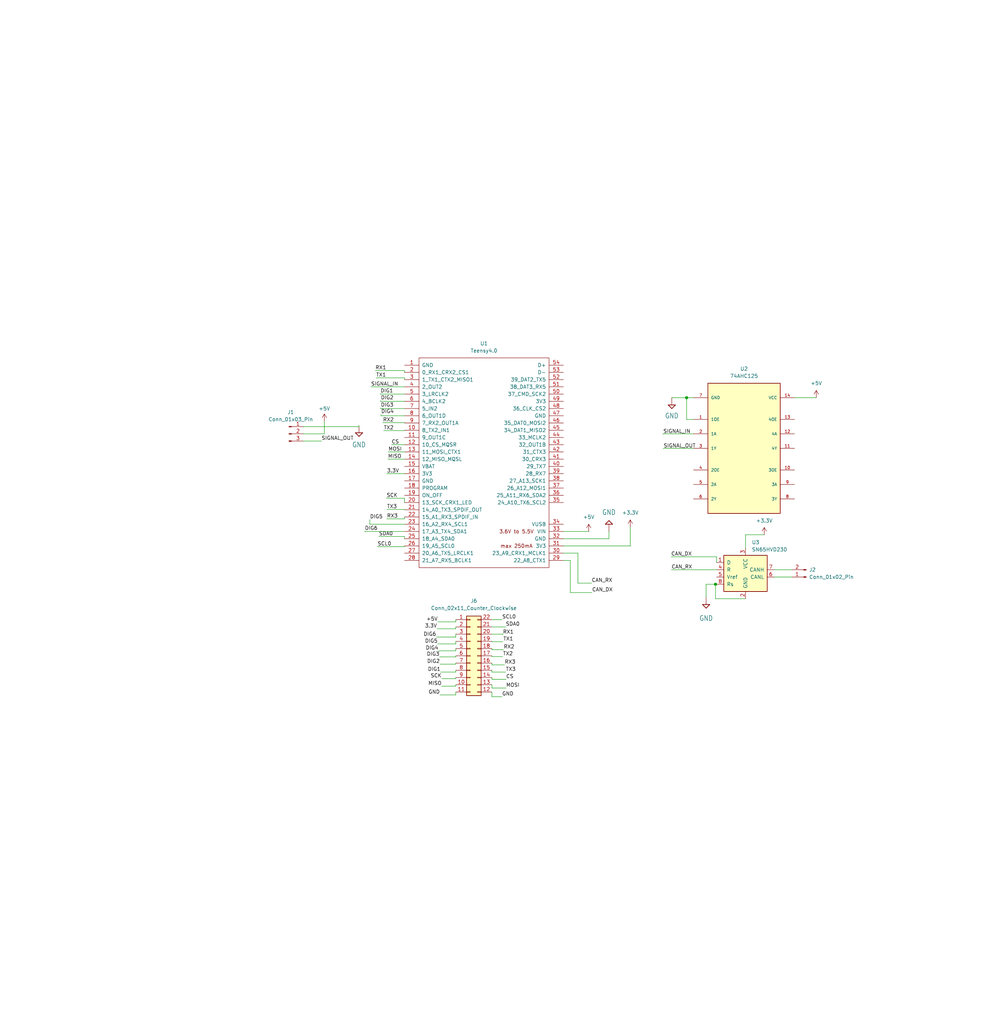
<source format=kicad_sch>
(kicad_sch (version 20230121) (generator eeschema)
  (paper "User" 351.993 359.639)
  (lib_symbols
    (symbol "74AHC125:74AHC125" (pin_names (offset 1.016))
      (property "Reference" "U" (at 0 0 0))
      (property "Value" "74AHC125" (at 0 0 0))
      (symbol "74AHC125_0_0"
        (rectangle (start 0 0) (end 25.4 45.72) (stroke (width 0.254)) (fill (type background)))
        (pin bidirectional line (at -5.08 33.02 0) (length 5.08) (name "1OE") (number "1"))
        (pin bidirectional line (at 30.48 15.24 180) (length 5.08) (name "3OE") (number "10"))
        (pin bidirectional line (at 30.48 22.86 180) (length 5.08) (name "4Y") (number "11"))
        (pin bidirectional line (at 30.48 27.94 180) (length 5.08) (name "4A") (number "12"))
        (pin bidirectional line (at 30.48 33.02 180) (length 5.08) (name "4OE") (number "13"))
        (pin bidirectional line (at 30.48 40.64 180) (length 5.08) (name "VCC") (number "14"))
        (pin bidirectional line (at -5.08 27.94 0) (length 5.08) (name "1A") (number "2"))
        (pin bidirectional line (at -5.08 22.86 0) (length 5.08) (name "1Y") (number "3"))
        (pin bidirectional line (at -5.08 15.24 0) (length 5.08) (name "2OE") (number "4"))
        (pin bidirectional line (at -5.08 10.16 0) (length 5.08) (name "2A") (number "5"))
        (pin bidirectional line (at -5.08 5.08 0) (length 5.08) (name "2Y") (number "6"))
        (pin bidirectional line (at -5.08 40.64 0) (length 5.08) (name "GND") (number "7"))
        (pin bidirectional line (at 30.48 5.08 180) (length 5.08) (name "3Y") (number "8"))
        (pin bidirectional line (at 30.48 10.16 180) (length 5.08) (name "3A") (number "9"))
      )
    )
    (symbol "Adafruit_NeoMatrix_8x8 v2-eagle-import:GND" (power)
      (property "Value" "GND" (at -1.905 -3.175 0))
      (symbol "GND_1_0"
        (polyline (pts (xy -1.27 0) (xy 1.27 0)) (stroke (width 0.254)))
        (polyline (pts (xy 0 -1.27) (xy -1.27 0)) (stroke (width 0.254)))
        (polyline (pts (xy 1.27 0) (xy 0 -1.27)) (stroke (width 0.254)))
        (pin power_in line (at 0 2.54 270) (length 2.54) (name "GND") (number "1"))
      )
    )
    (symbol "Connector:Conn_01x02_Pin" (pin_names (offset 1.016) hide)
      (property "Reference" "J" (at 0 2.54 0))
      (property "Value" "Conn_01x02_Pin" (at 0 -5.08 0))
      (symbol "Conn_01x02_Pin_1_1"
        (polyline (pts (xy 1.27 -2.54) (xy 0.8636 -2.54)) (stroke (width 0.1524)))
        (polyline (pts (xy 1.27 0) (xy 0.8636 0)) (stroke (width 0.1524)))
        (rectangle (start 0.8636 -2.413) (end 0 -2.667) (stroke (width 0.1524)) (fill (type outline)))
        (rectangle (start 0.8636 0.127) (end 0 -0.127) (stroke (width 0.1524)) (fill (type outline)))
        (pin passive line (at 5.08 0 180) (length 3.81) (name "Pin_1") (number "1"))
        (pin passive line (at 5.08 -2.54 180) (length 3.81) (name "Pin_2") (number "2"))
      )
    )
    (symbol "Connector:Conn_01x03_Pin" (pin_names (offset 1.016) hide)
      (property "Reference" "J" (at 0 5.08 0))
      (property "Value" "Conn_01x03_Pin" (at 0 -5.08 0))
      (symbol "Conn_01x03_Pin_1_1"
        (polyline (pts (xy 1.27 -2.54) (xy 0.8636 -2.54)) (stroke (width 0.1524)))
        (polyline (pts (xy 1.27 0) (xy 0.8636 0)) (stroke (width 0.1524)))
        (polyline (pts (xy 1.27 2.54) (xy 0.8636 2.54)) (stroke (width 0.1524)))
        (rectangle (start 0.8636 -2.413) (end 0 -2.667) (stroke (width 0.1524)) (fill (type outline)))
        (rectangle (start 0.8636 0.127) (end 0 -0.127) (stroke (width 0.1524)) (fill (type outline)))
        (rectangle (start 0.8636 2.667) (end 0 2.413) (stroke (width 0.1524)) (fill (type outline)))
        (pin passive line (at 5.08 2.54 180) (length 3.81) (name "Pin_1") (number "1"))
        (pin passive line (at 5.08 0 180) (length 3.81) (name "Pin_2") (number "2"))
        (pin passive line (at 5.08 -2.54 180) (length 3.81) (name "Pin_3") (number "3"))
      )
    )
    (symbol "Connector_Generic:Conn_02x11_Counter_Clockwise" (pin_names (offset 1.016) hide)
      (property "Reference" "J" (at 1.27 15.24 0))
      (property "Value" "Conn_02x11_Counter_Clockwise" (at 1.27 -15.24 0))
      (symbol "Conn_02x11_Counter_Clockwise_1_1"
        (rectangle (start -1.27 -12.573) (end 0 -12.827) (stroke (width 0.1524)))
        (rectangle (start -1.27 -10.033) (end 0 -10.287) (stroke (width 0.1524)))
        (rectangle (start -1.27 -7.493) (end 0 -7.747) (stroke (width 0.1524)))
        (rectangle (start -1.27 -4.953) (end 0 -5.207) (stroke (width 0.1524)))
        (rectangle (start -1.27 -2.413) (end 0 -2.667) (stroke (width 0.1524)))
        (rectangle (start -1.27 0.127) (end 0 -0.127) (stroke (width 0.1524)))
        (rectangle (start -1.27 2.667) (end 0 2.413) (stroke (width 0.1524)))
        (rectangle (start -1.27 5.207) (end 0 4.953) (stroke (width 0.1524)))
        (rectangle (start -1.27 7.747) (end 0 7.493) (stroke (width 0.1524)))
        (rectangle (start -1.27 10.287) (end 0 10.033) (stroke (width 0.1524)))
        (rectangle (start -1.27 12.827) (end 0 12.573) (stroke (width 0.1524)))
        (rectangle (start -1.27 13.97) (end 3.81 -13.97) (stroke (width 0.254)) (fill (type background)))
        (rectangle (start 3.81 -12.573) (end 2.54 -12.827) (stroke (width 0.1524)))
        (rectangle (start 3.81 -10.033) (end 2.54 -10.287) (stroke (width 0.1524)))
        (rectangle (start 3.81 -7.493) (end 2.54 -7.747) (stroke (width 0.1524)))
        (rectangle (start 3.81 -4.953) (end 2.54 -5.207) (stroke (width 0.1524)))
        (rectangle (start 3.81 -2.413) (end 2.54 -2.667) (stroke (width 0.1524)))
        (rectangle (start 3.81 0.127) (end 2.54 -0.127) (stroke (width 0.1524)))
        (rectangle (start 3.81 2.667) (end 2.54 2.413) (stroke (width 0.1524)))
        (rectangle (start 3.81 5.207) (end 2.54 4.953) (stroke (width 0.1524)))
        (rectangle (start 3.81 7.747) (end 2.54 7.493) (stroke (width 0.1524)))
        (rectangle (start 3.81 10.287) (end 2.54 10.033) (stroke (width 0.1524)))
        (rectangle (start 3.81 12.827) (end 2.54 12.573) (stroke (width 0.1524)))
        (pin passive line (at -5.08 12.7 0) (length 3.81) (name "Pin_1") (number "1"))
        (pin passive line (at -5.08 -10.16 0) (length 3.81) (name "Pin_10") (number "10"))
        (pin passive line (at -5.08 -12.7 0) (length 3.81) (name "Pin_11") (number "11"))
        (pin passive line (at 7.62 -12.7 180) (length 3.81) (name "Pin_12") (number "12"))
        (pin passive line (at 7.62 -10.16 180) (length 3.81) (name "Pin_13") (number "13"))
        (pin passive line (at 7.62 -7.62 180) (length 3.81) (name "Pin_14") (number "14"))
        (pin passive line (at 7.62 -5.08 180) (length 3.81) (name "Pin_15") (number "15"))
        (pin passive line (at 7.62 -2.54 180) (length 3.81) (name "Pin_16") (number "16"))
        (pin passive line (at 7.62 0 180) (length 3.81) (name "Pin_17") (number "17"))
        (pin passive line (at 7.62 2.54 180) (length 3.81) (name "Pin_18") (number "18"))
        (pin passive line (at 7.62 5.08 180) (length 3.81) (name "Pin_19") (number "19"))
        (pin passive line (at -5.08 10.16 0) (length 3.81) (name "Pin_2") (number "2"))
        (pin passive line (at 7.62 7.62 180) (length 3.81) (name "Pin_20") (number "20"))
        (pin passive line (at 7.62 10.16 180) (length 3.81) (name "Pin_21") (number "21"))
        (pin passive line (at 7.62 12.7 180) (length 3.81) (name "Pin_22") (number "22"))
        (pin passive line (at -5.08 7.62 0) (length 3.81) (name "Pin_3") (number "3"))
        (pin passive line (at -5.08 5.08 0) (length 3.81) (name "Pin_4") (number "4"))
        (pin passive line (at -5.08 2.54 0) (length 3.81) (name "Pin_5") (number "5"))
        (pin passive line (at -5.08 0 0) (length 3.81) (name "Pin_6") (number "6"))
        (pin passive line (at -5.08 -2.54 0) (length 3.81) (name "Pin_7") (number "7"))
        (pin passive line (at -5.08 -5.08 0) (length 3.81) (name "Pin_8") (number "8"))
        (pin passive line (at -5.08 -7.62 0) (length 3.81) (name "Pin_9") (number "9"))
      )
    )
    (symbol "Interface_CAN_LIN:SN65HVD230" (pin_names (offset 1.016))
      (property "Reference" "U" (at -2.54 10.16 0))
      (property "Value" "SN65HVD230" (at -2.54 7.62 0))
      (symbol "SN65HVD230_0_1"
        (rectangle (start -7.62 5.08) (end 7.62 -7.62) (stroke (width 0.254)) (fill (type background)))
      )
      (symbol "SN65HVD230_1_1"
        (pin input line (at -10.16 2.54 0) (length 2.54) (name "D") (number "1"))
        (pin power_in line (at 0 -10.16 90) (length 2.54) (name "GND") (number "2"))
        (pin power_in line (at 0 7.62 270) (length 2.54) (name "VCC") (number "3"))
        (pin output line (at -10.16 0 0) (length 2.54) (name "R") (number "4"))
        (pin output line (at -10.16 -2.54 0) (length 2.54) (name "Vref") (number "5"))
        (pin bidirectional line (at 10.16 -2.54 180) (length 2.54) (name "CANL") (number "6"))
        (pin bidirectional line (at 10.16 0 180) (length 2.54) (name "CANH") (number "7"))
        (pin input line (at -10.16 -5.08 0) (length 2.54) (name "Rs") (number "8"))
      )
    )
    (symbol "power:+3.3V" (power) (pin_names (offset 0))
      (property "Value" "+3.3V" (at 0 3.556 0))
      (symbol "+3.3V_0_1"
        (polyline (pts (xy -0.762 1.27) (xy 0 2.54)))
        (polyline (pts (xy 0 0) (xy 0 2.54)))
        (polyline (pts (xy 0 2.54) (xy 0.762 1.27)))
      )
      (symbol "+3.3V_1_1"
        (pin power_in line (at 0 0 90) (length 0) hide (name "+3.3V") (number "1"))
      )
    )
    (symbol "power:+5V" (power) (pin_names (offset 0))
      (property "Value" "+5V" (at 0 3.556 0))
      (symbol "+5V_0_1"
        (polyline (pts (xy -0.762 1.27) (xy 0 2.54)))
        (polyline (pts (xy 0 0) (xy 0 2.54)))
        (polyline (pts (xy 0 2.54) (xy 0.762 1.27)))
      )
      (symbol "+5V_1_1"
        (pin power_in line (at 0 0 90) (length 0) hide (name "+5V") (number "1"))
      )
    )
    (symbol "teensy:Teensy4.0" (pin_names (offset 1.016))
      (property "Reference" "U" (at 0 39.37 0))
      (property "Value" "Teensy4.0" (at 0 -39.37 0))
      (symbol "Teensy4.0_0_0"
        (text "3.6V to 5.5V" (at 11.43 -24.13 0) (effects (font (size 1.27 1.27))))
        (text "max 250mA" (at 11.43 -29.21 0) (effects (font (size 1.27 1.27))))
        (pin bidirectional line (at -27.94 11.43 0) (length 5.08) (name "8_TX2_IN1") (number "10"))
        (pin bidirectional line (at -27.94 8.89 0) (length 5.08) (name "9_OUT1C") (number "11"))
        (pin bidirectional line (at -27.94 6.35 0) (length 5.08) (name "10_CS_MQSR") (number "12"))
        (pin bidirectional line (at -27.94 3.81 0) (length 5.08) (name "11_MOSI_CTX1") (number "13"))
        (pin bidirectional line (at -27.94 1.27 0) (length 5.08) (name "12_MISO_MQSL") (number "14"))
        (pin power_in line (at -27.94 -1.27 0) (length 5.08) (name "VBAT") (number "15"))
        (pin power_in line (at -27.94 -3.81 0) (length 5.08) (name "3V3") (number "16"))
        (pin power_in line (at -27.94 -6.35 0) (length 5.08) (name "GND") (number "17"))
        (pin input line (at -27.94 -8.89 0) (length 5.08) (name "PROGRAM") (number "18"))
        (pin input line (at -27.94 -11.43 0) (length 5.08) (name "ON_OFF") (number "19"))
        (pin bidirectional line (at -27.94 -13.97 0) (length 5.08) (name "13_SCK_CRX1_LED") (number "20"))
        (pin bidirectional line (at -27.94 -16.51 0) (length 5.08) (name "14_A0_TX3_SPDIF_OUT") (number "21"))
        (pin bidirectional line (at -27.94 -19.05 0) (length 5.08) (name "15_A1_RX3_SPDIF_IN") (number "22"))
        (pin bidirectional line (at -27.94 -21.59 0) (length 5.08) (name "16_A2_RX4_SCL1") (number "23"))
        (pin bidirectional line (at -27.94 -24.13 0) (length 5.08) (name "17_A3_TX4_SDA1") (number "24"))
        (pin bidirectional line (at -27.94 -26.67 0) (length 5.08) (name "18_A4_SDA0") (number "25"))
        (pin bidirectional line (at -27.94 -29.21 0) (length 5.08) (name "19_A5_SCL0") (number "26"))
        (pin bidirectional line (at -27.94 -31.75 0) (length 5.08) (name "20_A6_TX5_LRCLK1") (number "27"))
        (pin bidirectional line (at -27.94 -34.29 0) (length 5.08) (name "21_A7_RX5_BCLK1") (number "28"))
        (pin bidirectional line (at 27.94 -34.29 180) (length 5.08) (name "22_A8_CTX1") (number "29"))
        (pin bidirectional line (at 27.94 -31.75 180) (length 5.08) (name "23_A9_CRX1_MCLK1") (number "30"))
        (pin power_out line (at 27.94 -29.21 180) (length 5.08) (name "3V3") (number "31"))
        (pin power_in line (at 27.94 -26.67 180) (length 5.08) (name "GND") (number "32"))
        (pin power_in line (at 27.94 -24.13 180) (length 5.08) (name "VIN") (number "33"))
        (pin power_out line (at 27.94 -21.59 180) (length 5.08) (name "VUSB") (number "34"))
        (pin bidirectional line (at 27.94 -13.97 180) (length 5.08) (name "24_A10_TX6_SCL2") (number "35"))
        (pin bidirectional line (at 27.94 -11.43 180) (length 5.08) (name "25_A11_RX6_SDA2") (number "36"))
        (pin bidirectional line (at 27.94 -8.89 180) (length 5.08) (name "26_A12_MOSI1") (number "37"))
        (pin bidirectional line (at 27.94 -6.35 180) (length 5.08) (name "27_A13_SCK1") (number "38"))
        (pin bidirectional line (at 27.94 -3.81 180) (length 5.08) (name "28_RX7") (number "39"))
        (pin bidirectional line (at 27.94 -1.27 180) (length 5.08) (name "29_TX7") (number "40"))
        (pin bidirectional line (at 27.94 1.27 180) (length 5.08) (name "30_CRX3") (number "41"))
        (pin bidirectional line (at 27.94 3.81 180) (length 5.08) (name "31_CTX3") (number "42"))
        (pin bidirectional line (at 27.94 6.35 180) (length 5.08) (name "32_OUT1B") (number "43"))
        (pin bidirectional line (at 27.94 8.89 180) (length 5.08) (name "33_MCLK2") (number "44"))
        (pin bidirectional line (at 27.94 11.43 180) (length 5.08) (name "34_DAT1_MISO2") (number "45"))
        (pin bidirectional line (at 27.94 13.97 180) (length 5.08) (name "35_DAT0_MOSI2") (number "46"))
        (pin power_out line (at 27.94 16.51 180) (length 5.08) (name "GND") (number "47"))
        (pin bidirectional line (at 27.94 19.05 180) (length 5.08) (name "36_CLK_CS2") (number "48"))
        (pin power_out line (at 27.94 21.59 180) (length 5.08) (name "3V3") (number "49"))
        (pin bidirectional line (at -27.94 24.13 0) (length 5.08) (name "3_LRCLK2") (number "5"))
        (pin bidirectional line (at 27.94 24.13 180) (length 5.08) (name "37_CMD_SCK2") (number "50"))
        (pin bidirectional line (at 27.94 26.67 180) (length 5.08) (name "38_DAT3_RX5") (number "51"))
        (pin bidirectional line (at 27.94 29.21 180) (length 5.08) (name "39_DAT2_TX5") (number "52"))
        (pin bidirectional line (at 27.94 31.75 180) (length 5.08) (name "D-") (number "53"))
        (pin bidirectional line (at 27.94 34.29 180) (length 5.08) (name "D+") (number "54"))
        (pin bidirectional line (at -27.94 21.59 0) (length 5.08) (name "4_BCLK2") (number "6"))
        (pin bidirectional line (at -27.94 19.05 0) (length 5.08) (name "5_IN2") (number "7"))
        (pin bidirectional line (at -27.94 16.51 0) (length 5.08) (name "6_OUT1D") (number "8"))
        (pin bidirectional line (at -27.94 13.97 0) (length 5.08) (name "7_RX2_OUT1A") (number "9"))
      )
      (symbol "Teensy4.0_0_1"
        (rectangle (start -22.86 36.83) (end 22.86 -36.83))
        (rectangle (start -20.32 -31.75) (end -20.32 -31.75))
      )
      (symbol "Teensy4.0_1_1"
        (pin power_in line (at -27.94 34.29 0) (length 5.08) (name "GND") (number "1"))
        (pin bidirectional line (at -27.94 31.75 0) (length 5.08) (name "0_RX1_CRX2_CS1") (number "2"))
        (pin bidirectional line (at -27.94 29.21 0) (length 5.08) (name "1_TX1_CTX2_MISO1") (number "3"))
        (pin bidirectional line (at -27.94 26.67 0) (length 5.08) (name "2_OUT2") (number "4"))
      )
    )
  )
  (junction (at 241.427 139.7))
  (junction (at 251.587 205.232))
  (wire (pts (xy 172.974 225.425) (xy 172.974 225.298)))
  (wire (pts (xy 198.12 194.31) (xy 203.2 194.31)))
  (wire (pts (xy 142.24 188.468) (xy 142.24 189.23)))
  (wire (pts (xy 136.398 161.29) (xy 142.24 161.29)))
  (wire (pts (xy 176.784 230.632) (xy 172.974 230.632)))
  (wire (pts (xy 172.974 238.633) (xy 172.974 237.998)))
  (wire (pts (xy 155.321 238.379) (xy 160.274 238.379)))
  (wire (pts (xy 279.4 139.7) (xy 287.02 139.7)))
  (wire (pts (xy 142.24 178.943) (xy 142.24 179.07)))
  (wire (pts (xy 172.974 233.553) (xy 172.974 232.918)))
  (wire (pts (xy 177.927 238.633) (xy 172.974 238.633)))
  (wire (pts (xy 251.587 205.232) (xy 251.587 210.312)))
  (wire (pts (xy 243.84 152.4) (xy 233.172 152.4)))
  (wire (pts (xy 114.046 152.4) (xy 114.046 147.955)))
  (wire (pts (xy 236.22 139.7) (xy 241.427 139.7)))
  (wire (pts (xy 221.615 191.77) (xy 221.615 185.166)))
  (wire (pts (xy 153.924 226.187) (xy 160.274 226.187)))
  (wire (pts (xy 172.974 230.632) (xy 172.974 230.378)))
  (wire (pts (xy 177.419 233.553) (xy 172.974 233.553)))
  (wire (pts (xy 154.559 230.759) (xy 160.274 230.759)))
  (wire (pts (xy 134.62 148.463) (xy 142.24 148.463)))
  (wire (pts (xy 160.274 223.774) (xy 160.274 222.758)))
  (wire (pts (xy 251.587 205.232) (xy 248.285 205.232)))
  (wire (pts (xy 262.128 210.312) (xy 251.587 210.312)))
  (wire (pts (xy 142.24 146.05) (xy 133.985 146.05)))
  (wire (pts (xy 251.968 205.232) (xy 251.587 205.232)))
  (wire (pts (xy 200.533 196.85) (xy 200.533 208.153)))
  (wire (pts (xy 153.924 218.44) (xy 160.274 218.44)))
  (wire (pts (xy 142.24 184.15) (xy 130.048 184.15)))
  (wire (pts (xy 142.113 186.69) (xy 128.27 186.69)))
  (wire (pts (xy 160.274 228.6) (xy 160.274 227.838)))
  (wire (pts (xy 128.27 186.69) (xy 128.27 186.563)))
  (wire (pts (xy 134.874 151.257) (xy 142.24 151.257)))
  (wire (pts (xy 130.429 135.89) (xy 142.24 135.89)))
  (wire (pts (xy 142.24 192.024) (xy 142.24 191.77)))
  (wire (pts (xy 136.017 166.37) (xy 142.24 166.37)))
  (wire (pts (xy 272.288 200.152) (xy 278.384 200.152)))
  (wire (pts (xy 154.94 236.093) (xy 160.274 236.093)))
  (wire (pts (xy 172.974 236.093) (xy 172.974 235.458)))
  (wire (pts (xy 235.966 195.58) (xy 251.968 195.58)))
  (wire (pts (xy 214.122 186.69) (xy 214.122 189.23)))
  (wire (pts (xy 233.299 157.48) (xy 233.299 157.607)))
  (wire (pts (xy 160.274 233.299) (xy 160.274 232.918)))
  (wire (pts (xy 133.985 146.05) (xy 133.985 145.542)))
  (wire (pts (xy 136.525 158.75) (xy 142.24 158.75)))
  (wire (pts (xy 177.038 228.219) (xy 172.974 228.219)))
  (wire (pts (xy 142.24 148.463) (xy 142.24 148.59)))
  (wire (pts (xy 106.68 149.86) (xy 126.238 149.86)))
  (wire (pts (xy 236.093 200.152) (xy 251.968 200.152)))
  (wire (pts (xy 142.24 140.97) (xy 133.858 140.97)))
  (wire (pts (xy 154.686 244.094) (xy 160.274 244.094)))
  (wire (pts (xy 262.128 187.833) (xy 268.732 187.833)))
  (wire (pts (xy 126.238 149.86) (xy 126.238 149.479)))
  (wire (pts (xy 106.68 154.94) (xy 113.03 154.94)))
  (wire (pts (xy 160.274 220.853) (xy 160.274 220.218)))
  (wire (pts (xy 154.686 233.299) (xy 160.274 233.299)))
  (wire (pts (xy 106.68 152.4) (xy 114.046 152.4)))
  (wire (pts (xy 142.24 151.257) (xy 142.24 151.13)))
  (wire (pts (xy 272.288 202.692) (xy 278.384 202.692)))
  (wire (pts (xy 233.299 157.48) (xy 243.84 157.48)))
  (wire (pts (xy 142.24 143.51) (xy 133.858 143.51)))
  (wire (pts (xy 262.128 192.532) (xy 262.128 187.833)))
  (wire (pts (xy 233.172 152.4) (xy 233.172 152.527)))
  (wire (pts (xy 241.427 139.7) (xy 243.84 139.7)))
  (wire (pts (xy 133.858 140.97) (xy 133.858 140.716)))
  (wire (pts (xy 133.858 143.51) (xy 133.858 143.256)))
  (wire (pts (xy 241.427 147.32) (xy 241.427 139.7)))
  (wire (pts (xy 131.953 130.175) (xy 142.24 130.175)))
  (wire (pts (xy 130.048 184.15) (xy 130.048 182.499)))
  (wire (pts (xy 160.274 236.093) (xy 160.274 235.458)))
  (wire (pts (xy 172.974 217.678) (xy 176.53 217.678)))
  (wire (pts (xy 172.974 222.758) (xy 176.784 222.758)))
  (wire (pts (xy 137.668 156.21) (xy 142.24 156.21)))
  (wire (pts (xy 136.017 182.245) (xy 142.24 182.245)))
  (wire (pts (xy 154.178 228.6) (xy 160.274 228.6)))
  (wire (pts (xy 203.2 194.31) (xy 203.2 204.851)))
  (wire (pts (xy 142.24 182.245) (xy 142.24 181.61)))
  (wire (pts (xy 142.24 132.715) (xy 142.24 133.35)))
  (wire (pts (xy 132.715 192.024) (xy 142.24 192.024)))
  (wire (pts (xy 172.974 244.729) (xy 172.974 243.078)))
  (wire (pts (xy 176.53 244.729) (xy 172.974 244.729)))
  (wire (pts (xy 160.274 238.379) (xy 160.274 237.998)))
  (wire (pts (xy 198.12 189.23) (xy 214.122 189.23)))
  (wire (pts (xy 160.274 218.44) (xy 160.274 217.678)))
  (wire (pts (xy 132.207 132.715) (xy 142.24 132.715)))
  (wire (pts (xy 172.974 220.218) (xy 177.8 220.218)))
  (wire (pts (xy 177.8 236.093) (xy 172.974 236.093)))
  (wire (pts (xy 160.274 226.187) (xy 160.274 225.298)))
  (wire (pts (xy 160.274 230.759) (xy 160.274 230.378)))
  (wire (pts (xy 133.731 138.43) (xy 133.731 138.303)))
  (wire (pts (xy 142.24 175.006) (xy 142.24 176.53)))
  (wire (pts (xy 203.2 204.851) (xy 208.026 204.851)))
  (wire (pts (xy 153.67 220.853) (xy 160.274 220.853)))
  (wire (pts (xy 198.12 186.69) (xy 207.01 186.69)))
  (wire (pts (xy 176.784 222.758) (xy 176.784 223.012)))
  (wire (pts (xy 153.416 223.774) (xy 160.274 223.774)))
  (wire (pts (xy 136.017 178.943) (xy 142.24 178.943)))
  (wire (pts (xy 142.24 138.43) (xy 133.731 138.43)))
  (wire (pts (xy 200.533 208.153) (xy 208.153 208.153)))
  (wire (pts (xy 198.12 196.85) (xy 200.533 196.85)))
  (wire (pts (xy 241.427 147.32) (xy 243.84 147.32)))
  (wire (pts (xy 248.285 205.232) (xy 248.285 209.804)))
  (wire (pts (xy 160.274 244.094) (xy 160.274 243.078)))
  (wire (pts (xy 251.968 195.58) (xy 251.968 197.612)))
  (wire (pts (xy 176.784 225.425) (xy 172.974 225.425)))
  (wire (pts (xy 133.223 188.468) (xy 142.24 188.468)))
  (wire (pts (xy 198.12 191.77) (xy 221.615 191.77)))
  (wire (pts (xy 135.89 175.006) (xy 142.24 175.006)))
  (wire (pts (xy 172.974 228.219) (xy 172.974 227.838)))
  (wire (pts (xy 155.321 241.046) (xy 160.274 241.046)))
  (wire (pts (xy 177.927 241.681) (xy 172.974 241.681)))
  (wire (pts (xy 142.24 130.175) (xy 142.24 130.81)))
  (wire (pts (xy 160.274 241.046) (xy 160.274 240.538)))
  (wire (pts (xy 172.974 241.681) (xy 172.974 240.538)))
  (label "CAN_DX" (at 208.153 208.153 0))
  (label "SCL0" (at 176.53 217.678 0))
  (label "MOSI" (at 177.927 241.681 0))
  (label "TX2" (at 176.784 230.632 0))
  (label "SIGNAL_IN" (at 233.172 152.527 0))
  (label "DIG4" (at 133.985 145.542 0))
  (label "RX3" (at 136.017 182.245 0))
  (label "DIG5" (at 130.048 182.499 0))
  (label "GND" (at 154.686 244.094 180))
  (label "MISO" (at 155.321 241.046 180))
  (label "TX3" (at 136.017 178.943 0))
  (label "TX1" (at 176.911 225.425 0))
  (label "DIG5" (at 153.924 226.187 180))
  (label "DIG4" (at 154.178 228.6 180))
  (label "CAN_DX" (at 235.966 195.58 0))
  (label "DIG1" (at 133.731 138.303 0))
  (label "3.3V" (at 136.017 166.37 0))
  (label "+5V" (at 153.924 218.44 180))
  (label "RX2" (at 134.62 148.463 0))
  (label "SCL0" (at 132.715 192.024 0))
  (label "DIG6" (at 153.416 223.774 180))
  (label "DIG3" (at 154.559 230.759 180))
  (label "SIGNAL_OUT" (at 113.03 154.94 0))
  (label "SDA0" (at 133.223 188.468 0))
  (label "TX3" (at 177.8 236.093 0))
  (label "3.3V" (at 153.67 220.853 180))
  (label "TX2" (at 134.874 151.257 0))
  (label "RX1" (at 176.784 223.012 0))
  (label "SDA0" (at 177.8 220.218 0))
  (label "RX2" (at 177.038 228.219 0))
  (label "DIG1" (at 154.94 236.093 180))
  (label "SCK" (at 135.89 175.006 0))
  (label "RX3" (at 177.419 233.553 0))
  (label "GND" (at 176.53 244.729 0))
  (label "SIGNAL_OUT" (at 233.299 157.607 0))
  (label "CS" (at 137.668 156.21 0))
  (label "RX1" (at 131.953 130.175 0))
  (label "MOSI" (at 136.525 158.75 0))
  (label "MISO" (at 136.398 161.29 0))
  (label "SCK" (at 155.321 238.379 180))
  (label "CAN_RX" (at 208.026 204.851 0))
  (label "DIG6" (at 128.27 186.563 0))
  (label "DIG2" (at 133.858 140.716 0))
  (label "CAN_RX" (at 236.093 200.152 0))
  (label "SIGNAL_IN" (at 130.429 135.89 0))
  (label "TX1" (at 132.207 132.715 0))
  (label "DIG3" (at 133.858 143.256 0))
  (label "CS" (at 177.927 238.633 0))
  (label "DIG2" (at 154.686 233.299 180))
  (symbol (lib_id "teensy:Teensy4.0") (at 170.18 162.56 0) (unit 1)
    (property "Reference" "U1" (at 170.18 120.65 0))
    (property "Value" "Teensy4.0" (at 170.18 123.19 0))
    (property "Footprint" "teensy:Teensy40" (effects hide))
  )
  (symbol (lib_id "Connector:Conn_01x03_Pin") (at 101.6 152.4 0) (unit 1)
    (property "Reference" "J1" (at 102.235 144.78 0))
    (property "Value" "Conn_01x03_Pin" (at 102.235 147.32 0))
    (property "Footprint" "Connector_JST:JST_GH_SM03B-GHS-TB_1x03-1MP_P1.25mm_Horizontal" (effects hide))
  )
  (symbol (lib_id "Adafruit_NeoMatrix_8x8 v2-eagle-import:GND") (at 236.22 142.24 0) (unit 1)
    (property "Reference" "#SUPPLY01" (effects hide))
    (property "Value" "GND" (at 236.22 146.05 0) (effects (font (size 1.778 1.5113))))
  )
  (symbol (lib_id "power:+5V") (at 287.02 139.7 0) (unit 1)
    (property "Reference" "#PWR02" (effects hide))
    (property "Value" "+5V" (at 287.02 134.62 0))
  )
  (symbol (lib_id "Interface_CAN_LIN:SN65HVD230") (at 262.128 200.152 0) (unit 1)
    (property "Reference" "U3" (at 264.3221 190.5 0) (effects (justify left)))
    (property "Value" "SN65HVD230" (at 264.3221 193.04 0) (effects (justify left)))
    (property "Footprint" "Package_SO:SOIC-8_3.9x4.9mm_P1.27mm" (effects hide))
    (property "Datasheet" "http://www.ti.com/lit/ds/symlink/sn65hvd230.pdf" (effects hide))
  )
  (symbol (lib_id "power:+3.3V") (at 221.615 185.166 0) (unit 1)
    (property "Reference" "#PWR05" (effects hide))
    (property "Value" "+3.3V" (at 221.615 180.086 0))
  )
  (symbol (lib_id "power:+3.3V") (at 268.732 187.833 0) (unit 1)
    (property "Reference" "#PWR04" (effects hide))
    (property "Value" "+3.3V" (at 268.732 182.88 0))
  )
  (symbol (lib_id "Connector:Conn_01x02_Pin") (at 283.464 202.692 180) (unit 1)
    (property "Reference" "J2" (at 284.48 200.152 0) (effects (justify right)))
    (property "Value" "Conn_01x02_Pin" (at 284.48 202.692 0) (effects (justify right)))
    (property "Footprint" "Connector_JST:JST_GH_SM02B-GHS-TB_1x02-1MP_P1.25mm_Horizontal" (effects hide))
  )
  (symbol (lib_id "Adafruit_NeoMatrix_8x8 v2-eagle-import:GND") (at 214.122 184.15 180) (unit 1)
    (property "Reference" "#SUPPLY02" (effects hide))
    (property "Value" "GND" (at 214.122 179.959 0) (effects (font (size 1.778 1.5113))))
  )
  (symbol (lib_id "Adafruit_NeoMatrix_8x8 v2-eagle-import:GND") (at 126.238 152.019 0) (unit 1)
    (property "Reference" "#SUPPLY03" (effects hide))
    (property "Value" "GND" (at 126.238 156.21 0) (effects (font (size 1.778 1.5113))))
  )
  (symbol (lib_id "power:+5V") (at 207.01 186.69 0) (unit 1)
    (property "Reference" "#PWR01" (effects hide))
    (property "Value" "+5V" (at 207.01 181.61 0))
  )
  (symbol (lib_id "power:+5V") (at 114.046 147.955 0) (unit 1)
    (property "Reference" "#PWR03" (effects hide))
    (property "Value" "+5V" (at 114.046 143.51 0))
  )
  (symbol (lib_id "Adafruit_NeoMatrix_8x8 v2-eagle-import:GND") (at 248.285 212.344 0) (unit 1)
    (property "Reference" "#SUPPLY04" (effects hide))
    (property "Value" "GND" (at 248.285 217.17 0) (effects (font (size 1.778 1.5113))))
  )
  (symbol (lib_id "74AHC125:74AHC125") (at 248.92 180.34 0) (unit 1)
    (property "Reference" "U2" (at 261.62 129.54 0))
    (property "Value" "74AHC125" (at 261.62 132.08 0))
    (property "Footprint" "74AHC125:14DIP" (effects hide))
    (property "MF" "Texas Instruments" (effects hide))
    (property "Description" "\nBuffer, Non-Inverting 4 Element 1 Bit per Element 3-State Output 14-SSOP\n" (effects hide))
    (property "Package" "TSSOP-14 Texas Instruments" (effects hide))
    (property "Price" "None" (effects hide))
    (property "SnapEDA_Link" "https://www.snapeda.com/parts/74AHC125/Texas+Instruments/view-part/?ref=snap" (effects hide))
    (property "MP" "74AHC125" (effects hide))
    (property "Availability" "In Stock" (effects hide))
    (property "Check_prices" "https://www.snapeda.com/parts/74AHC125/Texas+Instruments/view-part/?ref=eda" (effects hide))
  )
  (symbol (lib_id "Connector_Generic:Conn_02x11_Counter_Clockwise") (at 165.354 230.378 0) (unit 1)
    (property "Reference" "J6" (at 166.624 211.074 0))
    (property "Value" "Conn_02x11_Counter_Clockwise" (at 166.624 213.614 0))
    (property "Footprint" "Connector_PinSocket_2.54mm:PinSocket_2x11_P2.54mm_Vertical" (effects hide))
  )
)
</source>
